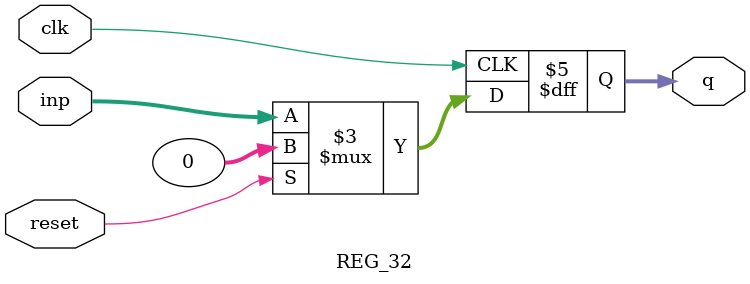
<source format=v>
`timescale 1ns / 1ps
module REG_32(
	input clk,
	input [31:0]inp,
	input reset,
	output reg [31:0]q
    );

	always @ ( posedge clk ) begin 
		if (reset) q <= 0;
		else q <= inp;
	
	end


endmodule

</source>
